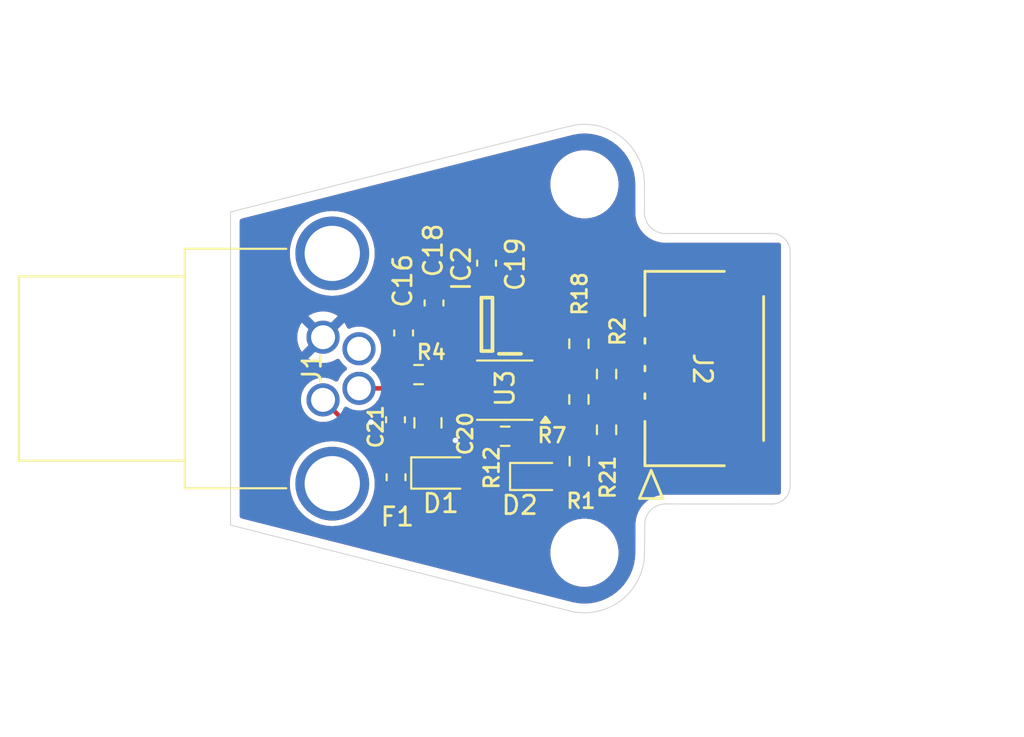
<source format=kicad_pcb>
(kicad_pcb (version 20240108) (generator "pcbnew") (generator_version "8.0")
  (layers (0 "F.Cu" signal) (31 "B.Cu" signal) (34 "B.Paste" user) (35 "F.Paste" user) (36 "B.SilkS" user "B.Silkscreen") (37 "F.SilkS" user "F.Silkscreen") (38 "B.Mask" user) (39 "F.Mask" user) (44 "Edge.Cuts" user))
  (net 0 "")
  (net 1 "+5V")
  (net 2 "GND")
  (net 3 "/Strain_out_f")
  (net 4 "/V_{x}")
  (net 5 "Net-(D2-A)")
  (net 6 "/V_{out,x}")
  (net 7 "/V_{ref}")
  (net 9 "Net-(R12-Pad1)")
  (net 10 "Net-(R12-Pad2)")
  (net 11 "/Strain_in_b")
  (net 12 "/Strain_out_b")
  (net 13 "/Strain_in_f")
  (net 14 "Net-(J1-Pin_1)")
  (footprint "Resistor_SMD:R_0603_1608Metric" (layer "F.Cu") (at 126 60.33 180)
    (property "Reference" "R4" (at -0.69 1.22 180) (layer "F.SilkS") (effects (font (size 0.8 0.8))))
    (property "Value" "5,6k")
    (fp_line (start -0.237258 0.5225) (end 0.237258 0.5225) (stroke (width 0.12)) (layer "F.SilkS"))
    (fp_line (start -0.237258 -0.5225) (end 0.237258 -0.5225) (stroke (width 0.12)) (layer "F.SilkS"))
    (pad "1" smd roundrect (at -0.825 0 180) (size 0.8 0.95) (layers "F.Cu" "F.Paste" "F.Mask") (net 6 "/V_{out,x}"))
    (pad "2" smd roundrect (at 0.825 0 180) (size 0.8 0.95) (layers "F.Cu" "F.Paste" "F.Mask") (net 4 "/V_{x}"))
  )
  (footprint "Resistor_SMD:R_0603_1608Metric" (layer "F.Cu") (at 134.7 58.65 90)
    (property "Reference" "R18" (at 2.7 0.04 90) (layer "F.SilkS") (effects (font (size 0.8 0.8))))
    (property "Value" "330")
    (fp_line (start -0.237258 -0.5225) (end 0.237258 -0.5225) (stroke (width 0.12)) (layer "F.SilkS"))
    (fp_line (start -0.237258 0.5225) (end 0.237258 0.5225) (stroke (width 0.12)) (layer "F.SilkS"))
    (pad "1" smd roundrect (at -0.825 0 90) (size 0.8 0.95) (layers "F.Cu" "F.Paste" "F.Mask") (net 12 "/Strain_out_b"))
    (pad "2" smd roundrect (at 0.825 0 90) (size 0.8 0.95) (layers "F.Cu" "F.Paste" "F.Mask") (net 2 "GND"))
  )
  (footprint "Resistor_SMD:R_0603_1608Metric" (layer "F.Cu") (at 134.72 65.03 -90)
    (property "Reference" "R1" (at 2.16 -0.09 180) (layer "F.SilkS") (effects (font (size 0.8 0.8))))
    (property "Value" "1k")
    (fp_line (start -0.237258 0.5225) (end 0.237258 0.5225) (stroke (width 0.12)) (layer "F.SilkS"))
    (fp_line (start -0.237258 -0.5225) (end 0.237258 -0.5225) (stroke (width 0.12)) (layer "F.SilkS"))
    (pad "1" smd roundrect (at -0.825 0 270) (size 0.8 0.95) (layers "F.Cu" "F.Paste" "F.Mask") (net 1 "+5V"))
    (pad "2" smd roundrect (at 0.825 0 270) (size 0.8 0.95) (layers "F.Cu" "F.Paste" "F.Mask") (net 5 "Net-(D2-A)"))
  )
  (footprint "Resistor_SMD:R_0603_1608Metric" (layer "F.Cu") (at 134.7 61.675 90)
    (property "Reference" "R7" (at -1.955 -1.46 180) (layer "F.SilkS") (effects (font (size 0.8 0.8))))
    (property "Value" "120")
    (fp_line (start -0.237258 -0.5225) (end 0.237258 -0.5225) (stroke (width 0.12)) (layer "F.SilkS"))
    (fp_line (start -0.237258 0.5225) (end 0.237258 0.5225) (stroke (width 0.12)) (layer "F.SilkS"))
    (pad "1" smd roundrect (at -0.825 0 90) (size 0.8 0.95) (layers "F.Cu" "F.Paste" "F.Mask") (net 13 "/Strain_in_f"))
    (pad "2" smd roundrect (at 0.825 0 90) (size 0.8 0.95) (layers "F.Cu" "F.Paste" "F.Mask") (net 11 "/Strain_in_b"))
  )
  (footprint "Capacitor_SMD:C_0603_1608Metric" (layer "F.Cu") (at 125.19 58.07 90)
    (property "Reference" "C16" (at 2.83 -0.05 90) (layer "F.SilkS"))
    (property "Value" "1u")
    (fp_line (start -0.14058 -0.51) (end 0.14058 -0.51) (stroke (width 0.12)) (layer "F.SilkS"))
    (fp_line (start -0.14058 0.51) (end 0.14058 0.51) (stroke (width 0.12)) (layer "F.SilkS"))
    (pad "1" smd roundrect (at -0.775 0 90) (size 0.9 0.95) (layers "F.Cu" "F.Paste" "F.Mask") (net 4 "/V_{x}"))
    (pad "2" smd roundrect (at 0.775 0 90) (size 0.9 0.95) (layers "F.Cu" "F.Paste" "F.Mask") (net 2 "GND"))
  )
  (footprint "Resistor_SMD:R_0603_1608Metric" (layer "F.Cu") (at 136.2 63.325 90)
    (property "Reference" "R21" (at -2.585 0.07 90) (layer "F.SilkS") (effects (font (size 0.8 0.8))))
    (property "Value" "330")
    (fp_line (start -0.237258 -0.5225) (end 0.237258 -0.5225) (stroke (width 0.12)) (layer "F.SilkS"))
    (fp_line (start -0.237258 0.5225) (end 0.237258 0.5225) (stroke (width 0.12)) (layer "F.SilkS"))
    (pad "1" smd roundrect (at -0.825 0 90) (size 0.8 0.95) (layers "F.Cu" "F.Paste" "F.Mask") (net 1 "+5V"))
    (pad "2" smd roundrect (at 0.825 0 90) (size 0.8 0.95) (layers "F.Cu" "F.Paste" "F.Mask") (net 13 "/Strain_in_f"))
  )
  (footprint "Capacitor_SMD:C_0603_1608Metric" (layer "F.Cu") (at 129.69 54.28 90)
    (property "Reference" "C19" (at -0.06 1.55 90) (layer "F.SilkS"))
    (property "Value" "100n")
    (fp_line (start -0.14058 -0.51) (end 0.14058 -0.51) (stroke (width 0.12)) (layer "F.SilkS"))
    (fp_line (start -0.14058 0.51) (end 0.14058 0.51) (stroke (width 0.12)) (layer "F.SilkS"))
    (pad "1" smd roundrect (at -0.775 0 90) (size 0.9 0.95) (layers "F.Cu" "F.Paste" "F.Mask") (net 1 "+5V"))
    (pad "2" smd roundrect (at 0.775 0 90) (size 0.9 0.95) (layers "F.Cu" "F.Paste" "F.Mask") (net 2 "GND"))
  )
  (footprint "Capacitor_SMD:C_0603_1608Metric" (layer "F.Cu") (at 124.75 62.78 -90)
    (property "Reference" "C21" (at 0.38 1.07 90) (layer "F.SilkS") (effects (font (size 0.8 0.8))))
    (property "Value" "100n")
    (fp_line (start -0.14058 0.51) (end 0.14058 0.51) (stroke (width 0.12)) (layer "F.SilkS"))
    (fp_line (start -0.14058 -0.51) (end 0.14058 -0.51) (stroke (width 0.12)) (layer "F.SilkS"))
    (pad "1" smd roundrect (at -0.775 0 270) (size 0.9 0.95) (layers "F.Cu" "F.Paste" "F.Mask") (net 1 "+5V"))
    (pad "2" smd roundrect (at 0.775 0 270) (size 0.9 0.95) (layers "F.Cu" "F.Paste" "F.Mask") (net 2 "GND"))
  )
  (footprint "footprints:CON_5040500491" (layer "F.Cu") (at 138.62 62.25 -90)
    (property "Reference" "J2" (at -2.229652 -2.790001 -90) (layer "F.SilkS"))
    (property "Value" "Conn_01x06")
    (fp_line (start 4.802987 0.635) (end 3.278987 0) (stroke (width 0.1524)) (layer "F.SilkS"))
    (fp_line (start -7.524991 0.34) (end -5.120041 0.34) (stroke (width 0.1524)) (layer "F.SilkS"))
    (fp_line (start -3.879961 0.34) (end -3.620039 0.34) (stroke (width 0.1524)) (layer "F.SilkS"))
    (fp_line (start -2.379959 0.34) (end -2.12004 0.34) (stroke (width 0.1524)) (layer "F.SilkS"))
    (fp_line (start -0.87996 0.34) (end -0.62004 0.34) (stroke (width 0.1524)) (layer "F.SilkS"))
    (fp_line (start 0.62004 0.34) (end 3.024988 0.34) (stroke (width 0.1524)) (layer "F.SilkS"))
    (fp_line (start 3.024988 0.34) (end 3.024988 -3.96996) (stroke (width 0.1524)) (layer "F.SilkS"))
    (fp_line (start 3.278987 0) (end 4.802987 -0.635) (stroke (width 0.1524)) (layer "F.SilkS"))
    (fp_line (start 4.802987 -0.635) (end 4.802987 0.635) (stroke (width 0.1524)) (layer "F.SilkS"))
    (fp_line (start -7.524991 -3.96996) (end -7.524991 0.34) (stroke (width 0.1524)) (layer "F.SilkS"))
    (fp_line (start 1.660115 -6.1) (end -6.160116 -6.1) (stroke (width 0.1524)) (layer "F.SilkS"))
    (pad "1" smd rect (at 0 0 270) (size 0.6 1) (layers "F.Cu" "F.Paste" "F.Mask") (net 13 "/Strain_in_f"))
    (pad "2" smd rect (at -1.5 0 270) (size 0.6 1) (layers "F.Cu" "F.Paste" "F.Mask") (net 3 "/Strain_out_f"))
    (pad "3" smd rect (at -2.999999 0 270) (size 0.6 1) (layers "F.Cu" "F.Paste" "F.Mask") (net 12 "/Strain_out_b"))
    (pad "4" smd rect (at -4.500001 0 270) (size 0.6 1) (layers "F.Cu" "F.Paste" "F.Mask") (net 11 "/Strain_in_b"))
    (pad "5" smd rect (at 2.604999 -5.19 270) (size 1.25 1.8) (layers "F.Cu" "F.Paste" "F.Mask") (net 2 "GND"))
    (pad "6" smd rect (at -7.105 -5.19 270) (size 1.25 1.8) (layers "F.Cu" "F.Paste" "F.Mask") (net 2 "GND"))
  )
  (footprint "Diode_SMD:D_SOD-323" (layer "F.Cu") (at 127.2125 65.67)
    (property "Reference" "D1" (at -0.0025 1.65 0) (layer "F.SilkS"))
    (property "Value" "BZX384-C6V2,115")
    (fp_line (start -1.61 -0.85) (end -1.61 0.85) (stroke (width 0.12)) (layer "F.SilkS"))
    (fp_line (start -1.61 -0.85) (end 1.05 -0.85) (stroke (width 0.12)) (layer "F.SilkS"))
    (fp_line (start -1.61 0.85) (end 1.05 0.85) (stroke (width 0.12)) (layer "F.SilkS"))
    (pad "1" smd roundrect (at -1.05 0) (size 0.8 0.6) (layers "F.Cu" "F.Paste" "F.Mask") (net 1 "+5V"))
    (pad "2" smd roundrect (at 1.05 0) (size 0.8 0.6) (layers "F.Cu" "F.Paste" "F.Mask") (net 2 "GND"))
  )
  (footprint "LED_SMD:LED_0603_1608Metric" (layer "F.Cu") (at 132.45 65.86)
    (property "Reference" "D2" (at -0.96 1.56 0) (layer "F.SilkS"))
    (property "Value" "LED")
    (fp_line (start -1.485 -0.735) (end -1.485 0.735) (stroke (width 0.12)) (layer "F.SilkS"))
    (fp_line (start -1.485 0.735) (end 0.8 0.735) (stroke (width 0.12)) (layer "F.SilkS"))
    (fp_line (start 0.8 -0.735) (end -1.485 -0.735) (stroke (width 0.12)) (layer "F.SilkS"))
    (pad "1" smd roundrect (at -0.7875 0) (size 0.875 0.95) (layers "F.Cu" "F.Paste" "F.Mask") (net 2 "GND"))
    (pad "2" smd roundrect (at 0.7875 0) (size 0.875 0.95) (layers "F.Cu" "F.Paste" "F.Mask") (net 5 "Net-(D2-A)"))
  )
  (footprint "Fuse:Fuse_0603_1608Metric" (layer "F.Cu") (at 124.78 65.9 -90)
    (property "Reference" "F1" (at 2.15 -0.07 180) (layer "F.SilkS"))
    (property "Value" "120mA")
    (fp_line (start -0.162779 0.51) (end 0.162779 0.51) (stroke (width 0.12)) (layer "F.SilkS"))
    (fp_line (start -0.162779 -0.51) (end 0.162779 -0.51) (stroke (width 0.12)) (layer "F.SilkS"))
    (pad "1" smd roundrect (at -0.7875 0 270) (size 0.875 0.95) (layers "F.Cu" "F.Paste" "F.Mask") (net 14 "Net-(J1-Pin_1)"))
    (pad "2" smd roundrect (at 0.7875 0 270) (size 0.875 0.95) (layers "F.Cu" "F.Paste" "F.Mask") (net 1 "+5V"))
  )
  (footprint "Resistor_SMD:R_0603_1608Metric" (layer "F.Cu") (at 136.2 60.3 90)
    (property "Reference" "R2" (at 2.32 0.6 90) (layer "F.SilkS") (effects (font (size 0.8 0.8) (thickness 0.15) (bold yes))))
    (property "Value" "120")
    (fp_line (start -0.237258 -0.5225) (end 0.237258 -0.5225) (stroke (width 0.12)) (layer "F.SilkS"))
    (fp_line (start -0.237258 0.5225) (end 0.237258 0.5225) (stroke (width 0.12)) (layer "F.SilkS"))
    (pad "1" smd roundrect (at -0.825 0 90) (size 0.8 0.95) (layers "F.Cu" "F.Paste" "F.Mask") (net 3 "/Strain_out_f"))
    (pad "2" smd roundrect (at 0.825 0 90) (size 0.8 0.95) (layers "F.Cu" "F.Paste" "F.Mask") (net 12 "/Strain_out_b"))
  )
  (footprint "FaSTTUBe_connectors:M8_718_4pin_horizontal" (layer "F.Cu") (at 120.82 60 -90)
    (property "Reference" "J1" (at -0.03 0.6 90) (layer "F.SilkS"))
    (property "Value" "Conn_01x03")
    (fp_line (start -5 16.5) (end -5 7.5) (stroke (width 0.12)) (layer "F.SilkS"))
    (fp_line (start 5 16.5) (end -5 16.5) (stroke (width 0.12)) (layer "F.SilkS"))
    (fp_line (start -6.5 7.5) (end -6.5 2) (stroke (width 0.12)) (layer "F.SilkS"))
    (fp_line (start 5 7.5) (end 5 16.5) (stroke (width 0.12)) (layer "F.SilkS"))
    (fp_line (start 6.5 7.5) (end -6.5 7.5) (stroke (width 0.12)) (layer "F.SilkS"))
    (fp_line (start 6.5 2) (end 6.5 7.5) (stroke (width 0.12)) (layer "F.SilkS"))
    (pad "1" thru_hole circle (at 1.7 0 270) (size 1.8 1.8) (drill 1.3) (layers "*.Cu" "*.Mask") (net 14 "Net-(J1-Pin_1)"))
    (pad "2" thru_hole circle (at 1.075 -1.95 270) (size 1.8 1.8) (drill 1.3) (layers "*.Cu" "*.Mask") (net 4 "/V_{x}"))
    (pad "3" thru_hole circle (at -1.7 0 270) (size 1.8 1.8) (drill 1.3) (layers "*.Cu" "*.Mask") (net 2 "GND"))
    (pad "4" thru_hole circle (at -1.075 -1.95 270) (size 1.8 1.8) (drill 1.3) (layers "*.Cu" "*.Mask"))
    (pad "5" thru_hole circle (at -6.25 -0.5 270) (size 4 4) (drill 3) (layers "*.Cu" "*.Mask"))
    (pad "5" thru_hole circle (at 6.25 -0.5 270) (size 4 4) (drill 3) (layers "*.Cu" "*.Mask"))
  )
  (footprint "Capacitor_SMD:C_0805_2012Metric" (layer "F.Cu") (at 126.51 62.95 -90)
    (property "Reference" "C20" (at 0.59 -2.03 90) (layer "F.SilkS") (effects (font (size 0.8 0.8))))
    (property "Value" "10µ")
    (fp_line (start -0.261252 0.735) (end 0.261252 0.735) (stroke (width 0.12)) (layer "F.SilkS"))
    (fp_line (start -0.261252 -0.735) (end 0.261252 -0.735) (stroke (width 0.12)) (layer "F.SilkS"))
    (pad "1" smd roundrect (at -0.95 0 270) (size 1 1.45) (layers "F.Cu" "F.Paste" "F.Mask") (net 1 "+5V"))
    (pad "2" smd roundrect (at 0.95 0 270) (size 1 1.45) (layers "F.Cu" "F.Paste" "F.Mask") (net 2 "GND"))
  )
  (footprint "Resistor_SMD:R_0603_1608Metric" (layer "F.Cu") (at 130.7 63.675 180)
    (property "Reference" "R12" (at 0.73 -1.715 90) (layer "F.SilkS") (effects (font (size 0.8 0.8))))
    (property "Value" "100")
    (fp_line (start -0.237258 0.5225) (end 0.237258 0.5225) (stroke (width 0.12)) (layer "F.SilkS"))
    (fp_line (start -0.237258 -0.5225) (end 0.237258 -0.5225) (stroke (width 0.12)) (layer "F.SilkS"))
    (pad "1" smd roundrect (at -0.825 0 180) (size 0.8 0.95) (layers "F.Cu" "F.Paste" "F.Mask") (net 9 "Net-(R12-Pad1)"))
    (pad "2" smd roundrect (at 0.825 0 180) (size 0.8 0.95) (layers "F.Cu" "F.Paste" "F.Mask") (net 10 "Net-(R12-Pad2)"))
  )
  (footprint "MountingHole:MountingHole_3.2mm_M3_DIN965" (layer "F.Cu") (at 135 50)
    (property "Reference" "H1" (hide yes))
    (property "Value" "MountingHole")
    (pad "" np_thru_hole circle (at 0 0) (size 3.2 3.2) (drill 3.2) (layers "*.Cu" "*.Mask"))
  )
  (footprint "Package_SO:MSOP-8_3x3mm_P0.65mm" (layer "F.Cu") (at 130.675 61.175 180)
    (property "Reference" "U3" (at -0.0125 0.1 90) (layer "F.SilkS"))
    (property "Value" "AD623ARMZ")
    (fp_line (start 0 1.61) (end 1.5 1.61) (stroke (width 0.12)) (layer "F.SilkS"))
    (fp_line (start 0 1.61) (end -1.5 1.61) (stroke (width 0.12)) (layer "F.SilkS"))
    (fp_line (start 0 -1.61) (end 1.5 -1.61) (stroke (width 0.12)) (layer "F.SilkS"))
    (fp_line (start 0 -1.61) (end -1.5 -1.61) (stroke (width 0.12)) (layer "F.SilkS"))
    (fp_poly (pts (xy -2.2125 -1.435) (xy -2.4525 -1.765) (xy -1.9725 -1.765) (xy -2.2125 -1.435)) (stroke (width 0.12)) (fill solid) (layer "F.SilkS"))
    (pad "1" smd roundrect (at -2.1125 -0.975 180) (size 1.625 0.4) (layers "F.Cu" "F.Paste" "F.Mask") (net 9 "Net-(R12-Pad1)"))
    (pad "2" smd roundrect (at -2.1125 -0.325 180) (size 1.625 0.4) (layers "F.Cu" "F.Paste" "F.Mask") (net 3 "/Strain_out_f"))
    (pad "3" smd roundrect (at -2.1125 0.325 180) (size 1.625 0.4) (layers "F.Cu" "F.Paste" "F.Mask") (net 11 "/Strain_in_b"))
    (pad "4" smd roundrect (at -2.1125 0.975 180) (size 1.625 0.4) (layers "F.Cu" "F.Paste" "F.Mask") (net 2 "GND"))
    (pad "5" smd roundrect (at 2.1125 0.975 180) (size 1.625 0.4) (layers "F.Cu" "F.Paste" "F.Mask") (net 7 "/V_{ref}"))
    (pad "6" smd roundrect (at 2.1125 0.325 180) (size 1.625 0.4) (layers "F.Cu" "F.Paste" "F.Mask") (net 6 "/V_{out,x}"))
    (pad "7" smd roundrect (at 2.1125 -0.325 180) (size 1.625 0.4) (layers "F.Cu" "F.Paste" "F.Mask") (net 1 "+5V"))
    (pad "8" smd roundrect (at 2.1125 -0.975 180) (size 1.625 0.4) (layers "F.Cu" "F.Paste" "F.Mask") (net 10 "Net-(R12-Pad2)"))
  )
  (footprint "Capacitor_SMD:C_0603_1608Metric" (layer "F.Cu") (at 126.84 56.44 90)
    (property "Reference" "C18" (at 2.85 -0.05 90) (layer "F.SilkS"))
    (property "Value" "1µ")
    (fp_line (start -0.14058 -0.51) (end 0.14058 -0.51) (stroke (width 0.12)) (layer "F.SilkS"))
    (fp_line (start -0.14058 0.51) (end 0.14058 0.51) (stroke (width 0.12)) (layer "F.SilkS"))
    (pad "1" smd roundrect (at -0.775 0 90) (size 0.9 0.95) (layers "F.Cu" "F.Paste" "F.Mask") (net 7 "/V_{ref}"))
    (pad "2" smd roundrect (at 0.775 0 90) (size 0.9 0.95) (layers "F.Cu" "F.Paste" "F.Mask") (net 2 "GND"))
  )
  (footprint "SLS:SOT95P280X145-6N" (layer "F.Cu") (at 129.71 57.6 180)
    (property "Reference" "IC2" (at 1.39 3.03 -90) (layer "F.SilkS"))
    (property "Value" "REF35250QDBVR" (hide yes))
    (fp_line (start 0.3 1.45) (end -0.3 1.45) (stroke (width 0.2)) (layer "F.SilkS"))
    (fp_line (start 0.3 -1.45) (end 0.3 1.45) (stroke (width 0.2)) (layer "F.SilkS"))
    (fp_line (start -0.3 1.45) (end -0.3 -1.45) (stroke (width 0.2)) (layer "F.SilkS"))
    (fp_line (start -0.3 -1.45) (end 0.3 -1.45) (stroke (width 0.2)) (layer "F.SilkS"))
    (fp_line (start -1.85 -1.6) (end -0.65 -1.6) (stroke (width 0.2)) (layer "F.SilkS"))
    (pad "1" smd rect (at -1.25 -0.95 270) (size 0.6 1.2) (layers "F.Cu" "F.Paste" "F.Mask") (net 2 "GND"))
    (pad "2" smd rect (at -1.25 0 270) (size 0.6 1.2) (layers "F.Cu" "F.Paste" "F.Mask") (net 2 "GND"))
    (pad "3" smd rect (at -1.25 0.95 270) (size 0.6 1.2) (layers "F.Cu" "F.Paste" "F.Mask") (net 1 "+5V"))
    (pad "4" smd rect (at 1.25 0.95 270) (size 0.6 1.2) (layers "F.Cu" "F.Paste" "F.Mask") (net 1 "+5V"))
    (pad "5" smd rect (at 1.25 0 270) (size 0.6 1.2) (layers "F.Cu" "F.Paste" "F.Mask"))
    (pad "6" smd rect (at 1.25 -0.95 270) (size 0.6 1.2) (layers "F.Cu" "F.Paste" "F.Mask") (net 7 "/V_{ref}"))
  )
  (footprint "MountingHole:MountingHole_3.2mm_M3_DIN965" (layer "F.Cu") (at 135 70)
    (property "Reference" "H2" (hide yes))
    (property "Value" "MountingHole")
    (pad "" np_thru_hole circle (at 0 0) (size 3.2 3.2) (drill 3.2) (layers "*.Cu" "*.Mask"))
  )
  (gr_line (start 138.258135 50) (end 138.260001 51.520252) (stroke (width 0.05)) (layer "Edge.Cuts"))
  (gr_arc (start 134.30017 46.817912) (mid 137.041483 47.460749) (end 138.258135 50) (stroke (width 0.05)) (layer "Edge.Cuts"))
  (gr_line (start 115.8 51.5) (end 134.30017 46.817912) (stroke (width 0.05)) (layer "Edge.Cuts"))
  (gr_line (start 139.358906 52.67) (end 145.16 52.67) (stroke (width 0.05)) (layer "Edge.Cuts"))
  (gr_arc (start 145.16 52.67) (mid 145.867107 52.962893) (end 146.16 53.67) (stroke (width 0.05)) (layer "Edge.Cuts"))
  (gr_arc (start 146.162893 66.352893) (mid 145.87 67.06) (end 145.162893 67.352893) (stroke (width 0.05)) (layer "Edge.Cuts"))
  (gr_arc (start 138.258135 70) (mid 137.041483 72.53925) (end 134.30017 73.182088) (stroke (width 0.05)) (layer "Edge.Cuts"))
  (gr_line (start 115.8 68.5) (end 134.3 73.182863) (stroke (width 0.05)) (layer "Edge.Cuts"))
  (gr_line (start 115.8 51.5) (end 115.8 68.5) (stroke (width 0.05)) (layer "Edge.Cuts"))
  (gr_line (start 138.258135 70) (end 138.270001 68.5) (stroke (width 0.05)) (layer "Edge.Cuts"))
  (gr_arc (start 139.358906 52.67) (mid 138.572985 52.321138) (end 138.260001 51.520252) (stroke (width 0.05)) (layer "Edge.Cuts"))
  (gr_line (start 146.162892 66.343089) (end 146.16 53.67) (stroke (width 0.05)) (layer "Edge.Cuts"))
  (gr_arc (start 138.270001 68.5) (mid 138.582984 67.699114) (end 139.368906 67.350252) (stroke (width 0.05)) (layer "Edge.Cuts"))
  (gr_line (start 139.368906 67.350252) (end 145.162893 67.352893) (stroke (width 0.05)) (layer "Edge.Cuts"))
  (segment (start 130.71 62.48) (end 130.71 59.84) (width 0.25) (layer "F.Cu") (net 1))
  (segment (start 136.2 64.15) (end 134.775 64.15) (width 0.25) (layer "F.Cu") (net 1))
  (segment (start 126.51 62) (end 124.755 62) (width 0.25) (layer "F.Cu") (net 1))
  (segment (start 130.248004 64.725) (end 130.273004 64.7) (width 0.25) (layer "F.Cu") (net 1))
  (segment (start 129.69 58.83) (end 129.69 55.055) (width 0.25) (layer "F.Cu") (net 1))
  (segment (start 124.78 66.6875) (end 125.145 66.6875) (width 0.25) (layer "F.Cu") (net 1))
  (segment (start 130.71 59.84) (end 130.4 59.53) (width 0.25) (layer "F.Cu") (net 1))
  (segment (start 127.01 61.5) (end 126.51 62) (width 0.25) (layer "F.Cu") (net 1))
  (segment (start 130.71 64.263004) (end 130.71 62.48) (width 0.25) (layer "F.Cu") (net 1))
  (segment (start 128.5625 61.5) (end 129.73 61.5) (width 0.25) (layer "F.Cu") (net 1))
  (segment (start 127.1075 64.725) (end 130.248004 64.725) (width 0.25) (layer "F.Cu") (net 1))
  (segment (start 129.73 61.5) (end 130.71 62.48) (width 0.25) (layer "F.Cu") (net 1))
  (segment (start 130.39 59.53) (end 129.69 58.83) (width 0.25) (layer "F.Cu") (net 1))
  (segment (start 134.775 64.15) (end 134.72 64.205) (width 0.25) (layer "F.Cu") (net 1))
  (segment (start 130.96 56.65) (end 130.96 56.325) (width 0.25) (layer "F.Cu") (net 1))
  (segment (start 124.755 62) (end 124.75 62.005) (width 0.25) (layer "F.Cu") (net 1))
  (segment (start 130.96 56.325) (end 129.69 55.055) (width 0.25) (layer "F.Cu") (net 1))
  (segment (start 134.195 64.73) (end 130.303004 64.73) (width 0.25) (layer "F.Cu") (net 1))
  (segment (start 130.273004 64.7) (end 130.71 64.263004) (width 0.25) (layer "F.Cu") (net 1))
  (segment (start 126.1625 65.67) (end 127.1075 64.725) (width 0.25) (layer "F.Cu") (net 1))
  (segment (start 128.46 56.65) (end 128.46 56.285) (width 0.25) (layer "F.Cu") (net 1))
  (segment (start 128.46 56.285) (end 129.69 55.055) (width 0.25) (layer "F.Cu") (net 1))
  (segment (start 125.145 66.6875) (end 126.1625 65.67) (width 0.25) (layer "F.Cu") (net 1))
  (segment (start 130.4 59.53) (end 130.39 59.53) (width 0.25) (layer "F.Cu") (net 1))
  (segment (start 128.5625 61.5) (end 127.01 61.5) (width 0.25) (layer "F.Cu") (net 1))
  (segment (start 134.72 64.205) (end 134.195 64.73) (width 0.25) (layer "F.Cu") (net 1))
  (segment (start 124.75 63.555) (end 124.065 63.555) (width 0.25) (layer "F.Cu") (net 2))
  (segment (start 124.065 63.555) (end 123.42 62.91) (width 0.25) (layer "F.Cu") (net 2))
  (segment (start 126.51 63.9) (end 128 63.9) (width 0.25) (layer "F.Cu") (net 2))
  (via (at 128 63.9) (size 0.6) (drill 0.3) (layers "F.Cu" "B.Cu") (net 2))
  (via (at 123.42 62.91) (size 0.6) (drill 0.3) (layers "F.Cu" "B.Cu") (net 2))
  (segment (start 135.65 61.675) (end 136.2 61.125) (width 0.25) (layer "F.Cu") (net 3))
  (segment (start 133.553812 61.5) (end 133.728812 61.675) (width 0.25) (layer "F.Cu") (net 3))
  (segment (start 132.7875 61.5) (end 133.553812 61.5) (width 0.25) (layer "F.Cu") (net 3))
  (segment (start 138.245 61.125) (end 138.62 60.75) (width 0.25) (layer "F.Cu") (net 3))
  (segment (start 133.728812 61.675) (end 135.65 61.675) (width 0.25) (layer "F.Cu") (net 3))
  (segment (start 136.2 61.125) (end 138.245 61.125) (width 0.25) (layer "F.Cu") (net 3))
  (segment (start 125.175 60.33) (end 125.175 58.86) (width 0.25) (layer "F.Cu") (net 4))
  (segment (start 125.175 58.86) (end 125.19 58.845) (width 0.25) (layer "F.Cu") (net 4))
  (segment (start 124.43 61.075) (end 125.175 60.33) (width 0.25) (layer "F.Cu") (net 4))
  (segment (start 122.77 61.075) (end 124.43 61.075) (width 0.25) (layer "F.Cu") (net 4))
  (segment (start 133.2425 65.855) (end 133.2375 65.86) (width 0.25) (layer "F.Cu") (net 5))
  (segment (start 134.72 65.855) (end 133.2425 65.855) (width 0.25) (layer "F.Cu") (net 5))
  (segment (start 127.345 60.85) (end 126.825 60.33) (width 0.25) (layer "F.Cu") (net 6))
  (segment (start 128.5625 60.85) (end 127.345 60.85) (width 0.25) (layer "F.Cu") (net 6))
  (segment (start 127.86 58.55) (end 128.46 58.55) (width 0.25) (layer "F.Cu") (net 7))
  (segment (start 128.46 58.55) (end 128.46 60.0975) (width 0.25) (layer "F.Cu") (net 7))
  (segment (start 126.84 57.53) (end 127.86 58.55) (width 0.25) (layer "F.Cu") (net 7))
  (segment (start 126.84 57.215) (end 126.84 57.53) (width 0.25) (layer "F.Cu") (net 7))
  (segment (start 128.46 60.0975) (end 128.5625 60.2) (width 0.25) (layer "F.Cu") (net 7))
  (segment (start 131.525 63.675) (end 131.525 63.4125) (width 0.25) (layer "F.Cu") (net 9))
  (segment (start 131.525 63.4125) (end 132.7875 62.15) (width 0.25) (layer "F.Cu") (net 9))
  (segment (start 131.475 63.7) (end 131.475 63.4625) (width 0.25) (layer "F.Cu") (net 9))
  (segment (start 129.875 63.675) (end 129.875 63.4625) (width 0.25) (layer "F.Cu") (net 10))
  (segment (start 129.875 63.4625) (end 128.5625 62.15) (width 0.25) (layer "F.Cu") (net 10))
  (segment (start 132.7875 60.85) (end 134.7 60.85) (width 0.25) (layer "F.Cu") (net 11))
  (segment (start 137.919999 58.45) (end 135.74 58.45) (width 0.25) (layer "F.Cu") (net 11))
  (segment (start 134.201996 58.75) (end 133.851906 59.10009) (width 0.25) (layer "F.Cu") (net 11))
  (segment (start 135.44 58.75) (end 134.201996 58.75) (width 0.25) (layer "F.Cu") (net 11))
  (segment (start 134.7 60.7) (end 134.7 60.85) (width 0.25) (layer "F.Cu") (net 11))
  (segment (start 133.851906 59.10009) (end 133.851906 59.851906) (width 0.25) (layer "F.Cu") (net 11))
  (segment (start 138.62 57.749999) (end 137.919999 58.45) (width 0.25) (layer "F.Cu") (net 11))
  (segment (start 135.74 58.45) (end 135.44 58.75) (width 0.25) (layer "F.Cu") (net 11))
  (segment (start 133.851906 59.851906) (end 134.7 60.7) (width 0.25) (layer "F.Cu") (net 11))
  (segment (start 138.395001 59.475) (end 136.2 59.475) (width 0.25) (layer "F.Cu") (net 12))
  (segment (start 138.62 59.250001) (end 138.395001 59.475) (width 0.25) (layer "F.Cu") (net 12))
  (segment (start 136.2 59.475) (end 134.7 59.475) (width 0.25) (layer "F.Cu") (net 12))
  (segment (start 138.62 62.25) (end 138.37 62.5) (width 0.25) (layer "F.Cu") (net 13))
  (segment (start 136.2 62.5) (end 134.7 62.5) (width 0.25) (layer "F.Cu") (net 13))
  (segment (start 138.37 62.5) (end 136.2 62.5) (width 0.25) (layer "F.Cu") (net 13))
  (segment (start 124.2325 65.1125) (end 124.78 65.1125) (width 0.25) (layer "F.Cu") (net 14))
  (segment (start 120.82 61.7) (end 124.2325 65.1125) (width 0.25) (layer "F.Cu") (net 14))
  (zone (net 2) (net_name "GND") (layer "F.Cu") (connect_pads (clearance 0.3)) (min_thickness 0.25) (fill yes (thermal_gap 0.5) (thermal_bridge_width 0.5))
    (polygon (pts (xy 148.28 75.07) (xy 113.47 75.01) (xy 113.6 43.84) (xy 148.9 44.34)))
  )
  (zone (net 2) (net_name "GND") (layer "B.Cu") (priority 1) (connect_pads (clearance 0.3)) (min_thickness 0.25) (fill yes (thermal_gap 0.5) (thermal_bridge_width 0.5))
    (polygon (pts (xy 148.28 75.07) (xy 113.47 75.01) (xy 113.6 43.84) (xy 148.9 44.34)))
  )
)
</source>
